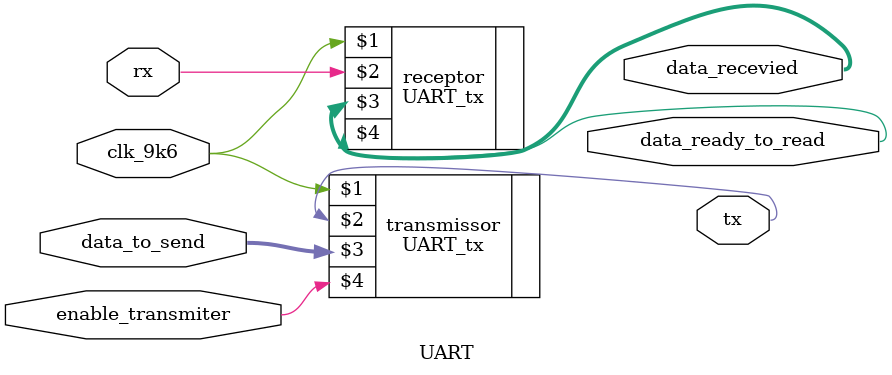
<source format=v>
module UART (
	input clk_9k6,// Clock do Baud Rate
	input rx, // Pino para recebimento de dados
	input enable_transmiter,//Pino para informar ao transmissor que já pode enviar os dados
	input [15:0] data_to_send, // Dados que serão enviados
	output [15:0] data_recevied, // Dados recebidos pela UART
	output tx,// Pino para transmitir os dados
	output data_ready_to_read,// Informa que no buffer do receptor há dados prontos para serem usado (o processo de recebimento acabou)
	);

	UART_tx receptor(clk_9k6, rx, data_recevied, data_ready_to_read);
	UART_tx transmissor(clk_9k6, tx, data_to_send, enable_transmiter);

endmodule

</source>
